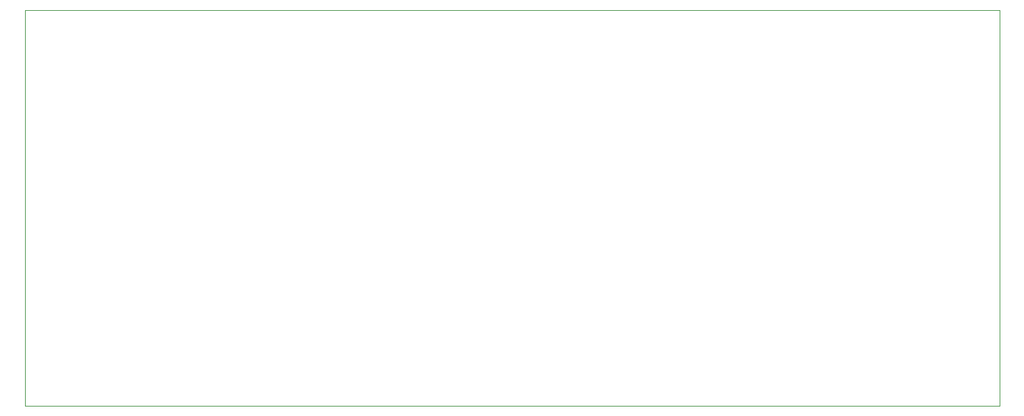
<source format=gbr>
%TF.GenerationSoftware,KiCad,Pcbnew,7.0.7*%
%TF.CreationDate,2023-09-30T15:14:17-05:00*%
%TF.ProjectId,Asus Qcode,41737573-2051-4636-9f64-652e6b696361,rev?*%
%TF.SameCoordinates,Original*%
%TF.FileFunction,Profile,NP*%
%FSLAX46Y46*%
G04 Gerber Fmt 4.6, Leading zero omitted, Abs format (unit mm)*
G04 Created by KiCad (PCBNEW 7.0.7) date 2023-09-30 15:14:17*
%MOMM*%
%LPD*%
G01*
G04 APERTURE LIST*
%TA.AperFunction,Profile*%
%ADD10C,0.100000*%
%TD*%
G04 APERTURE END LIST*
D10*
X12700000Y-12700000D02*
X134620000Y-12700000D01*
X134620000Y-62230000D01*
X12700000Y-62230000D01*
X12700000Y-12700000D01*
M02*

</source>
